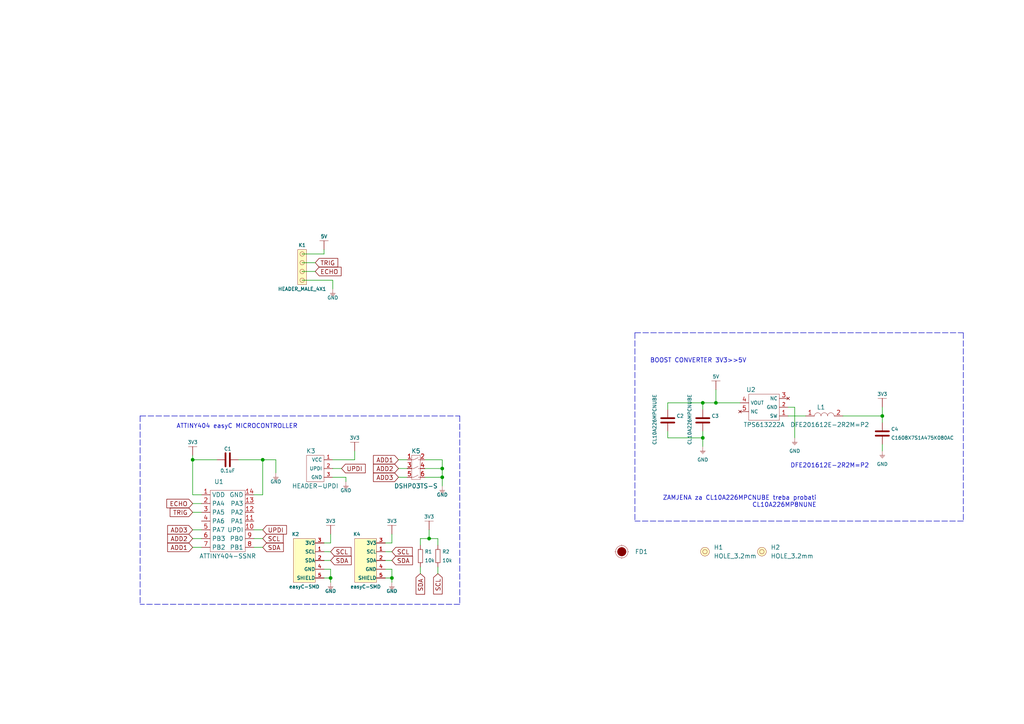
<source format=kicad_sch>
(kicad_sch (version 20210126) (generator eeschema)

  (paper "A4")

  (lib_symbols
    (symbol "e-radionica.com schematics:0603C" (pin_numbers hide) (pin_names (offset 0.002)) (in_bom yes) (on_board yes)
      (property "Reference" "C" (id 0) (at -0.635 3.175 0)
        (effects (font (size 1 1)))
      )
      (property "Value" "0603C" (id 1) (at 0 -3.175 0)
        (effects (font (size 1 1)))
      )
      (property "Footprint" "e-radionica.com footprinti:0603C" (id 2) (at 0 0 0)
        (effects (font (size 1 1)) hide)
      )
      (property "Datasheet" "" (id 3) (at 0 0 0)
        (effects (font (size 1 1)) hide)
      )
      (symbol "0603C_0_1"
        (polyline
          (pts
            (xy -0.635 1.905)
            (xy -0.635 -1.905)
          )
          (stroke (width 0.5)) (fill (type none))
        )
        (polyline
          (pts
            (xy 0.635 1.905)
            (xy 0.635 -1.905)
          )
          (stroke (width 0.5)) (fill (type none))
        )
      )
      (symbol "0603C_1_1"
        (pin passive line (at 3.175 0 180) (length 2.54)
          (name "~" (effects (font (size 1.27 1.27))))
          (number "2" (effects (font (size 1.27 1.27))))
        )
        (pin passive line (at -3.175 0 0) (length 2.54)
          (name "~" (effects (font (size 1.27 1.27))))
          (number "1" (effects (font (size 1.27 1.27))))
        )
      )
    )
    (symbol "e-radionica.com schematics:0603R" (pin_numbers hide) (pin_names (offset 0.254)) (in_bom yes) (on_board yes)
      (property "Reference" "R" (id 0) (at -1.905 1.905 0)
        (effects (font (size 1 1)))
      )
      (property "Value" "0603R" (id 1) (at 0 -1.905 0)
        (effects (font (size 1 1)))
      )
      (property "Footprint" "e-radionica.com footprinti:0603R" (id 2) (at -0.635 1.905 0)
        (effects (font (size 1 1)) hide)
      )
      (property "Datasheet" "" (id 3) (at -0.635 1.905 0)
        (effects (font (size 1 1)) hide)
      )
      (symbol "0603R_0_1"
        (rectangle (start -1.905 0.635) (end -1.8796 -0.635)
          (stroke (width 0.1)) (fill (type none))
        )
        (rectangle (start -1.905 0.635) (end 1.905 0.6096)
          (stroke (width 0.1)) (fill (type none))
        )
        (rectangle (start -1.905 -0.635) (end 1.905 -0.6604)
          (stroke (width 0.1)) (fill (type none))
        )
        (rectangle (start 1.905 0.635) (end 1.9304 -0.635)
          (stroke (width 0.1)) (fill (type none))
        )
      )
      (symbol "0603R_1_1"
        (pin passive line (at -3.175 0 0) (length 1.27)
          (name "~" (effects (font (size 1.27 1.27))))
          (number "1" (effects (font (size 1.27 1.27))))
        )
        (pin passive line (at 3.175 0 180) (length 1.27)
          (name "~" (effects (font (size 1.27 1.27))))
          (number "2" (effects (font (size 1.27 1.27))))
        )
      )
    )
    (symbol "e-radionica.com schematics:0806L" (in_bom yes) (on_board yes)
      (property "Reference" "L" (id 0) (at 0 1.905 0)
        (effects (font (size 1.27 1.27)))
      )
      (property "Value" "0806L" (id 1) (at 0 -1.27 0)
        (effects (font (size 1.27 1.27)))
      )
      (property "Footprint" "e-radionica.com footprinti:0806L" (id 2) (at 0 -2.54 0)
        (effects (font (size 1.27 1.27)) hide)
      )
      (property "Datasheet" "" (id 3) (at 0 -1.27 0)
        (effects (font (size 1.27 1.27)) hide)
      )
      (symbol "0806L_0_1"
        (arc (start -3.175 0) (end -1.27 0) (radius (at -2.2225 -0.0138) (length 0.9526) (angles 179.2 0.8))
          (stroke (width 0.0006)) (fill (type none))
        )
        (arc (start -1.27 0) (end 0.635 0) (radius (at -0.3175 -0.0138) (length 0.9526) (angles 179.2 0.8))
          (stroke (width 0.0006)) (fill (type none))
        )
        (arc (start 0.635 0) (end 2.54 0) (radius (at 1.5875 -0.0138) (length 0.9526) (angles 179.2 0.8))
          (stroke (width 0.0006)) (fill (type none))
        )
      )
      (symbol "0806L_1_1"
        (pin passive line (at -5.715 0 0) (length 2.54)
          (name "" (effects (font (size 1.27 1.27))))
          (number "1" (effects (font (size 1.27 1.27))))
        )
        (pin passive line (at 5.08 0 180) (length 2.54)
          (name "" (effects (font (size 1.27 1.27))))
          (number "2" (effects (font (size 1.27 1.27))))
        )
      )
    )
    (symbol "e-radionica.com schematics:3V3" (power) (pin_names (offset 0)) (in_bom yes) (on_board yes)
      (property "Reference" "#PWR" (id 0) (at 4.445 0 0)
        (effects (font (size 1 1)) hide)
      )
      (property "Value" "3V3" (id 1) (at 0 3.556 0)
        (effects (font (size 1 1)))
      )
      (property "Footprint" "" (id 2) (at 4.445 3.81 0)
        (effects (font (size 1 1)) hide)
      )
      (property "Datasheet" "" (id 3) (at 4.445 3.81 0)
        (effects (font (size 1 1)) hide)
      )
      (property "ki_keywords" "power-flag" (id 4) (at 0 0 0)
        (effects (font (size 1.27 1.27)) hide)
      )
      (property "ki_description" "Power symbol creates a global label with name \"+3V3\"" (id 5) (at 0 0 0)
        (effects (font (size 1.27 1.27)) hide)
      )
      (symbol "3V3_0_1"
        (polyline
          (pts
            (xy 0 0)
            (xy 0 2.54)
          )
          (stroke (width 0)) (fill (type none))
        )
        (polyline
          (pts
            (xy -1.27 2.54)
            (xy 1.27 2.54)
          )
          (stroke (width 0.0006)) (fill (type none))
        )
      )
      (symbol "3V3_1_1"
        (pin power_in line (at 0 0 90) (length 0) hide
          (name "3V3" (effects (font (size 1.27 1.27))))
          (number "1" (effects (font (size 1.27 1.27))))
        )
      )
    )
    (symbol "e-radionica.com schematics:5V" (power) (pin_names (offset 0)) (in_bom yes) (on_board yes)
      (property "Reference" "#PWR" (id 0) (at 4.445 0 0)
        (effects (font (size 1 1)) hide)
      )
      (property "Value" "5V" (id 1) (at 0 3.556 0)
        (effects (font (size 1 1)))
      )
      (property "Footprint" "" (id 2) (at 4.445 3.81 0)
        (effects (font (size 1 1)) hide)
      )
      (property "Datasheet" "" (id 3) (at 4.445 3.81 0)
        (effects (font (size 1 1)) hide)
      )
      (property "ki_keywords" "power-flag" (id 4) (at 0 0 0)
        (effects (font (size 1.27 1.27)) hide)
      )
      (property "ki_description" "Power symbol creates a global label with name \"+3V3\"" (id 5) (at 0 0 0)
        (effects (font (size 1.27 1.27)) hide)
      )
      (symbol "5V_0_1"
        (polyline
          (pts
            (xy 0 0)
            (xy 0 2.54)
          )
          (stroke (width 0)) (fill (type none))
        )
        (polyline
          (pts
            (xy -1.27 2.54)
            (xy 1.27 2.54)
          )
          (stroke (width 0.0006)) (fill (type none))
        )
      )
      (symbol "5V_1_1"
        (pin power_in line (at 0 0 90) (length 0) hide
          (name "5V" (effects (font (size 1.27 1.27))))
          (number "1" (effects (font (size 1.27 1.27))))
        )
      )
    )
    (symbol "e-radionica.com schematics:ATTINY404-SSNR" (in_bom yes) (on_board yes)
      (property "Reference" "U" (id 0) (at -5.08 10.16 0)
        (effects (font (size 1.27 1.27)))
      )
      (property "Value" "ATTINY404-SSNR" (id 1) (at 0 -10.16 0)
        (effects (font (size 1.27 1.27)))
      )
      (property "Footprint" "e-radionica.com footprinti:SOIC-14" (id 2) (at 0 -11.43 0)
        (effects (font (size 1.27 1.27)) hide)
      )
      (property "Datasheet" "" (id 3) (at 0 -2.54 0)
        (effects (font (size 1.27 1.27)) hide)
      )
      (symbol "ATTINY404-SSNR_0_1"
        (rectangle (start -5.08 8.89) (end 5.08 -8.89)
          (stroke (width 0.0006)) (fill (type none))
        )
      )
      (symbol "ATTINY404-SSNR_1_1"
        (pin power_in line (at -7.62 7.62 0) (length 2.54)
          (name "VDD" (effects (font (size 1.27 1.27))))
          (number "1" (effects (font (size 1.27 1.27))))
        )
        (pin bidirectional line (at -7.62 5.08 0) (length 2.54)
          (name "PA4" (effects (font (size 1.27 1.27))))
          (number "2" (effects (font (size 1.27 1.27))))
        )
        (pin bidirectional line (at -7.62 2.54 0) (length 2.54)
          (name "PA5" (effects (font (size 1.27 1.27))))
          (number "3" (effects (font (size 1.27 1.27))))
        )
        (pin bidirectional line (at -7.62 0 0) (length 2.54)
          (name "PA6" (effects (font (size 1.27 1.27))))
          (number "4" (effects (font (size 1.27 1.27))))
        )
        (pin bidirectional line (at -7.62 -2.54 0) (length 2.54)
          (name "PA7" (effects (font (size 1.27 1.27))))
          (number "5" (effects (font (size 1.27 1.27))))
        )
        (pin bidirectional line (at -7.62 -5.08 0) (length 2.54)
          (name "PB3" (effects (font (size 1.27 1.27))))
          (number "6" (effects (font (size 1.27 1.27))))
        )
        (pin bidirectional line (at -7.62 -7.62 0) (length 2.54)
          (name "PB2" (effects (font (size 1.27 1.27))))
          (number "7" (effects (font (size 1.27 1.27))))
        )
        (pin bidirectional line (at 7.62 -7.62 180) (length 2.54)
          (name "PB1" (effects (font (size 1.27 1.27))))
          (number "8" (effects (font (size 1.27 1.27))))
        )
        (pin bidirectional line (at 7.62 -5.08 180) (length 2.54)
          (name "PB0" (effects (font (size 1.27 1.27))))
          (number "9" (effects (font (size 1.27 1.27))))
        )
        (pin bidirectional line (at 7.62 -2.54 180) (length 2.54)
          (name "UPDI" (effects (font (size 1.27 1.27))))
          (number "10" (effects (font (size 1.27 1.27))))
        )
        (pin bidirectional line (at 7.62 0 180) (length 2.54)
          (name "PA1" (effects (font (size 1.27 1.27))))
          (number "11" (effects (font (size 1.27 1.27))))
        )
        (pin bidirectional line (at 7.62 2.54 180) (length 2.54)
          (name "PA2" (effects (font (size 1.27 1.27))))
          (number "12" (effects (font (size 1.27 1.27))))
        )
        (pin bidirectional line (at 7.62 5.08 180) (length 2.54)
          (name "PA3" (effects (font (size 1.27 1.27))))
          (number "13" (effects (font (size 1.27 1.27))))
        )
        (pin power_in line (at 7.62 7.62 180) (length 2.54)
          (name "GND" (effects (font (size 1.27 1.27))))
          (number "14" (effects (font (size 1.27 1.27))))
        )
      )
    )
    (symbol "e-radionica.com schematics:DSHP03TS-S" (in_bom yes) (on_board yes)
      (property "Reference" "K" (id 0) (at 0 5.08 0)
        (effects (font (size 1.27 1.27)))
      )
      (property "Value" "DSHP03TS-S" (id 1) (at 0 -5.08 0)
        (effects (font (size 1.27 1.27)))
      )
      (property "Footprint" "e-radionica.com footprinti:DSHP03TS-S" (id 2) (at -1.27 -7.62 0)
        (effects (font (size 1.27 1.27)) hide)
      )
      (property "Datasheet" "" (id 3) (at 0 0 0)
        (effects (font (size 1.27 1.27)) hide)
      )
      (property "ki_keywords" "DIP SW SWITCH " (id 4) (at 0 0 0)
        (effects (font (size 1.27 1.27)) hide)
      )
      (symbol "DSHP03TS-S_0_1"
        (rectangle (start -1.27 3.81) (end 1.27 -3.175)
          (stroke (width 0.0006)) (fill (type none))
        )
        (polyline
          (pts
            (xy -1.27 2.54)
            (xy -0.635 2.54)
            (xy 0.635 3.175)
          )
          (stroke (width 0.0006)) (fill (type none))
        )
        (polyline
          (pts
            (xy -1.27 0)
            (xy -0.635 0)
            (xy 0.635 0.635)
          )
          (stroke (width 0.0006)) (fill (type none))
        )
        (polyline
          (pts
            (xy -1.27 -2.54)
            (xy -0.635 -2.54)
            (xy 0.635 -1.905)
          )
          (stroke (width 0.0006)) (fill (type none))
        )
        (polyline
          (pts
            (xy 1.27 -2.54)
            (xy 0.635 -2.54)
          )
          (stroke (width 0.0006)) (fill (type none))
        )
        (polyline
          (pts
            (xy 1.27 0)
            (xy 0.635 0)
          )
          (stroke (width 0.0006)) (fill (type none))
        )
        (polyline
          (pts
            (xy 1.27 2.54)
            (xy 0.635 2.54)
          )
          (stroke (width 0.0006)) (fill (type none))
        )
      )
      (symbol "DSHP03TS-S_1_1"
        (pin bidirectional line (at -2.54 2.54 0) (length 1.27)
          (name "~" (effects (font (size 1.27 1.27))))
          (number "1" (effects (font (size 1.27 1.27))))
        )
        (pin bidirectional line (at 2.54 2.54 180) (length 1.27)
          (name "~" (effects (font (size 1.27 1.27))))
          (number "2" (effects (font (size 1.27 1.27))))
        )
        (pin bidirectional line (at -2.54 0 0) (length 1.27)
          (name "~" (effects (font (size 1.27 1.27))))
          (number "3" (effects (font (size 1.27 1.27))))
        )
        (pin bidirectional line (at 2.54 0 180) (length 1.27)
          (name "~" (effects (font (size 1.27 1.27))))
          (number "4" (effects (font (size 1.27 1.27))))
        )
        (pin bidirectional line (at -2.54 -2.54 0) (length 1.27)
          (name "~" (effects (font (size 1.27 1.27))))
          (number "5" (effects (font (size 1.27 1.27))))
        )
        (pin bidirectional line (at 2.54 -2.54 180) (length 1.27)
          (name "~" (effects (font (size 1.27 1.27))))
          (number "6" (effects (font (size 1.27 1.27))))
        )
      )
    )
    (symbol "e-radionica.com schematics:Fiducial_Stencil" (pin_numbers hide) (pin_names hide) (in_bom yes) (on_board yes)
      (property "Reference" "FD?" (id 0) (at 0 3.048 0)
        (effects (font (size 1.27 1.27)))
      )
      (property "Value" "Fiducial_Stencil" (id 1) (at 0 -2.794 0)
        (effects (font (size 1.27 1.27)) hide)
      )
      (property "Footprint" "e-radionica.com footprinti:FIDUCIAL_1MM_PASTE" (id 2) (at 0 -6.35 0)
        (effects (font (size 1.27 1.27)) hide)
      )
      (property "Datasheet" "" (id 3) (at 0 0 0)
        (effects (font (size 1.27 1.27)) hide)
      )
      (symbol "Fiducial_Stencil_0_1"
        (circle (center 0 0) (radius 1.7961) (stroke (width 0.0006)) (fill (type none)))
        (circle (center 0 0) (radius 1.27) (stroke (width 0.001)) (fill (type outline)))
        (polyline
          (pts
            (xy 1.778 0)
            (xy 2.032 0)
          )
          (stroke (width 0.0006)) (fill (type none))
        )
        (polyline
          (pts
            (xy 0 1.778)
            (xy 0 2.032)
          )
          (stroke (width 0.0006)) (fill (type none))
        )
        (polyline
          (pts
            (xy -1.778 0)
            (xy -2.032 0)
          )
          (stroke (width 0.0006)) (fill (type none))
        )
        (polyline
          (pts
            (xy 0 -1.778)
            (xy 0 -2.032)
          )
          (stroke (width 0.0006)) (fill (type none))
        )
      )
    )
    (symbol "e-radionica.com schematics:GND" (power) (pin_names (offset 0)) (in_bom yes) (on_board yes)
      (property "Reference" "#PWR" (id 0) (at 4.445 0 0)
        (effects (font (size 1 1)) hide)
      )
      (property "Value" "GND" (id 1) (at 0 -2.921 0)
        (effects (font (size 1 1)))
      )
      (property "Footprint" "" (id 2) (at 4.445 3.81 0)
        (effects (font (size 1 1)) hide)
      )
      (property "Datasheet" "" (id 3) (at 4.445 3.81 0)
        (effects (font (size 1 1)) hide)
      )
      (property "ki_keywords" "power-flag" (id 4) (at 0 0 0)
        (effects (font (size 1.27 1.27)) hide)
      )
      (property "ki_description" "Power symbol creates a global label with name \"+3V3\"" (id 5) (at 0 0 0)
        (effects (font (size 1.27 1.27)) hide)
      )
      (symbol "GND_0_1"
        (polyline
          (pts
            (xy 0 0)
            (xy 0 -1.27)
          )
          (stroke (width 0.0006)) (fill (type none))
        )
        (polyline
          (pts
            (xy -0.762 -1.27)
            (xy 0.762 -1.27)
          )
          (stroke (width 0.0006)) (fill (type none))
        )
        (polyline
          (pts
            (xy -0.381 -1.778)
            (xy 0.381 -1.778)
          )
          (stroke (width 0.0006)) (fill (type none))
        )
        (polyline
          (pts
            (xy -0.127 -2.032)
            (xy 0.127 -2.032)
          )
          (stroke (width 0.0006)) (fill (type none))
        )
        (polyline
          (pts
            (xy -0.635 -1.524)
            (xy 0.635 -1.524)
          )
          (stroke (width 0.0006)) (fill (type none))
        )
      )
      (symbol "GND_1_1"
        (pin power_in line (at 0 0 270) (length 0) hide
          (name "GND" (effects (font (size 1.27 1.27))))
          (number "1" (effects (font (size 1.27 1.27))))
        )
      )
    )
    (symbol "e-radionica.com schematics:HEADER-UPDI" (in_bom yes) (on_board yes)
      (property "Reference" "K" (id 0) (at -1.27 5.08 0)
        (effects (font (size 1.27 1.27)))
      )
      (property "Value" "HEADER-UPDI" (id 1) (at 0 -5.08 0)
        (effects (font (size 1.27 1.27)))
      )
      (property "Footprint" "e-radionica.com footprinti:HEADER-UPDI" (id 2) (at 2.54 -7.62 0)
        (effects (font (size 1.27 1.27)) hide)
      )
      (property "Datasheet" "" (id 3) (at 2.54 0 0)
        (effects (font (size 1.27 1.27)) hide)
      )
      (symbol "HEADER-UPDI_0_1"
        (rectangle (start -2.54 3.81) (end 2.54 -3.81)
          (stroke (width 0.0006)) (fill (type none))
        )
      )
      (symbol "HEADER-UPDI_1_1"
        (pin power_in line (at 5.08 2.54 180) (length 2.54)
          (name "VCC" (effects (font (size 1 1))))
          (number "1" (effects (font (size 1 1))))
        )
        (pin bidirectional line (at 5.08 0 180) (length 2.54)
          (name "UPDI" (effects (font (size 1 1))))
          (number "2" (effects (font (size 1 1))))
        )
        (pin power_in line (at 5.08 -2.54 180) (length 2.54)
          (name "GND" (effects (font (size 1 1))))
          (number "3" (effects (font (size 1 1))))
        )
      )
    )
    (symbol "e-radionica.com schematics:HEADER_MALE_4X1" (pin_numbers hide) (pin_names hide) (in_bom yes) (on_board yes)
      (property "Reference" "K" (id 0) (at -0.635 7.62 0)
        (effects (font (size 1 1)))
      )
      (property "Value" "HEADER_MALE_4X1" (id 1) (at 0 -5.08 0)
        (effects (font (size 1 1)))
      )
      (property "Footprint" "e-radionica.com footprinti:HEADER_MALE_4X1" (id 2) (at 0 -2.54 0)
        (effects (font (size 1 1)) hide)
      )
      (property "Datasheet" "" (id 3) (at 0 -2.54 0)
        (effects (font (size 1 1)) hide)
      )
      (symbol "HEADER_MALE_4X1_0_1"
        (circle (center 0 -2.54) (radius 0.635) (stroke (width 0.0006)) (fill (type none)))
        (circle (center 0 0) (radius 0.635) (stroke (width 0.0006)) (fill (type none)))
        (circle (center 0 2.54) (radius 0.635) (stroke (width 0.0006)) (fill (type none)))
        (circle (center 0 5.08) (radius 0.635) (stroke (width 0.0006)) (fill (type none)))
        (rectangle (start 1.27 -3.81) (end -1.27 6.35)
          (stroke (width 0.001)) (fill (type background))
        )
      )
      (symbol "HEADER_MALE_4X1_1_1"
        (pin passive line (at 0 -2.54 180) (length 0)
          (name "~" (effects (font (size 1 1))))
          (number "1" (effects (font (size 1 1))))
        )
        (pin passive line (at 0 0 180) (length 0)
          (name "~" (effects (font (size 1 1))))
          (number "2" (effects (font (size 1 1))))
        )
        (pin passive line (at 0 2.54 180) (length 0)
          (name "~" (effects (font (size 1 1))))
          (number "3" (effects (font (size 1 1))))
        )
        (pin passive line (at 0 5.08 180) (length 0)
          (name "~" (effects (font (size 1 1))))
          (number "4" (effects (font (size 1 1))))
        )
      )
    )
    (symbol "e-radionica.com schematics:HOLE_3.2mm" (pin_numbers hide) (pin_names hide) (in_bom yes) (on_board yes)
      (property "Reference" "H" (id 0) (at 0 2.54 0)
        (effects (font (size 1.27 1.27)))
      )
      (property "Value" "HOLE_3.2mm" (id 1) (at 0 -2.54 0)
        (effects (font (size 1.27 1.27)))
      )
      (property "Footprint" "e-radionica.com footprinti:HOLE_3.2mm" (id 2) (at 0 0 0)
        (effects (font (size 1.27 1.27)) hide)
      )
      (property "Datasheet" "" (id 3) (at 0 0 0)
        (effects (font (size 1.27 1.27)) hide)
      )
      (symbol "HOLE_3.2mm_0_1"
        (circle (center 0 0) (radius 1.27) (stroke (width 0.001)) (fill (type background)))
        (circle (center 0 0) (radius 0.635) (stroke (width 0.0006)) (fill (type none)))
      )
    )
    (symbol "e-radionica.com schematics:TPS613222A" (in_bom yes) (on_board yes)
      (property "Reference" "U" (id 0) (at 0 5.08 0)
        (effects (font (size 1.27 1.27)))
      )
      (property "Value" "TPS613222A" (id 1) (at 0 -5.08 0)
        (effects (font (size 1.27 1.27)))
      )
      (property "Footprint" "e-radionica.com footprinti:tps613222a" (id 2) (at -0.635 0 0)
        (effects (font (size 1.27 1.27)) hide)
      )
      (property "Datasheet" "" (id 3) (at -0.635 0 0)
        (effects (font (size 1.27 1.27)) hide)
      )
      (symbol "TPS613222A_0_1"
        (rectangle (start -4.445 3.81) (end 4.445 -3.81)
          (stroke (width 0.0006)) (fill (type none))
        )
      )
      (symbol "TPS613222A_1_1"
        (pin passive line (at -6.985 1.27 0) (length 2.54)
          (name "VOUT" (effects (font (size 1 1))))
          (number "4" (effects (font (size 1.27 1.27))))
        )
        (pin no_connect line (at -6.985 -1.27 0) (length 2.54)
          (name "NC" (effects (font (size 1 1))))
          (number "5" (effects (font (size 1.27 1.27))))
        )
        (pin passive line (at 6.985 0 180) (length 2.54)
          (name "GND" (effects (font (size 1 1))))
          (number "2" (effects (font (size 1 1))))
        )
        (pin no_connect line (at 6.985 2.54 180) (length 2.54)
          (name "NC" (effects (font (size 1 1))))
          (number "3" (effects (font (size 1.27 1.27))))
        )
        (pin passive line (at 6.985 -2.54 180) (length 2.54)
          (name "SW" (effects (font (size 1 1))))
          (number "1" (effects (font (size 1.27 1.27))))
        )
      )
    )
    (symbol "e-radionica.com schematics:easyC-SMD" (pin_names (offset 0.002)) (in_bom yes) (on_board yes)
      (property "Reference" "K" (id 0) (at -2.54 10.16 0)
        (effects (font (size 1 1)))
      )
      (property "Value" "easyC-SMD" (id 1) (at 0 -5.08 0)
        (effects (font (size 1 1)))
      )
      (property "Footprint" "e-radionica.com footprinti:easyC-connector" (id 2) (at 3.175 2.54 0)
        (effects (font (size 1 1)) hide)
      )
      (property "Datasheet" "" (id 3) (at 3.175 2.54 0)
        (effects (font (size 1 1)) hide)
      )
      (symbol "easyC-SMD_0_1"
        (rectangle (start -3.175 8.89) (end 3.175 -3.81)
          (stroke (width 0.001)) (fill (type background))
        )
      )
      (symbol "easyC-SMD_1_1"
        (pin passive line (at 5.715 5.08 180) (length 2.54)
          (name "SCL" (effects (font (size 1 1))))
          (number "1" (effects (font (size 1 1))))
        )
        (pin passive line (at 5.715 2.54 180) (length 2.54)
          (name "SDA" (effects (font (size 1 1))))
          (number "2" (effects (font (size 1 1))))
        )
        (pin passive line (at 5.715 7.62 180) (length 2.54)
          (name "3V3" (effects (font (size 1 1))))
          (number "3" (effects (font (size 1 1))))
        )
        (pin passive line (at 5.715 0 180) (length 2.54)
          (name "GND" (effects (font (size 1 1))))
          (number "4" (effects (font (size 1 1))))
        )
        (pin passive line (at 5.715 -2.54 180) (length 2.54)
          (name "SHIELD" (effects (font (size 1 1))))
          (number "5" (effects (font (size 1 1))))
        )
      )
    )
  )

  (junction (at 55.88 133.35) (diameter 0.9144) (color 0 0 0 0))
  (junction (at 76.2 133.35) (diameter 0.9144) (color 0 0 0 0))
  (junction (at 95.885 167.64) (diameter 0.9144) (color 0 0 0 0))
  (junction (at 113.665 167.64) (diameter 0.9144) (color 0 0 0 0))
  (junction (at 124.46 156.21) (diameter 0.9144) (color 0 0 0 0))
  (junction (at 128.27 135.89) (diameter 0.9144) (color 0 0 0 0))
  (junction (at 128.27 138.43) (diameter 0.9144) (color 0 0 0 0))
  (junction (at 203.835 116.84) (diameter 0.9144) (color 0 0 0 0))
  (junction (at 203.835 127) (diameter 0.9144) (color 0 0 0 0))
  (junction (at 207.645 116.84) (diameter 0.9144) (color 0 0 0 0))
  (junction (at 255.905 120.65) (diameter 0.9144) (color 0 0 0 0))

  (wire (pts (xy 55.88 133.35) (xy 55.88 132.08))
    (stroke (width 0) (type solid) (color 0 0 0 0))
    (uuid f360bd80-6f5f-42a0-9267-36c6cd532c50)
  )
  (wire (pts (xy 55.88 143.51) (xy 55.88 133.35))
    (stroke (width 0) (type solid) (color 0 0 0 0))
    (uuid f3f57bc3-e99c-4051-bb80-11688509a579)
  )
  (wire (pts (xy 55.88 146.05) (xy 58.42 146.05))
    (stroke (width 0) (type solid) (color 0 0 0 0))
    (uuid f0361f75-be02-4bfa-9aca-356b3816f2eb)
  )
  (wire (pts (xy 55.88 148.59) (xy 58.42 148.59))
    (stroke (width 0) (type solid) (color 0 0 0 0))
    (uuid d6bd6235-03d3-4467-94a9-f1f7e0787f75)
  )
  (wire (pts (xy 55.88 153.67) (xy 58.42 153.67))
    (stroke (width 0) (type solid) (color 0 0 0 0))
    (uuid 5a5948b6-055d-4b2c-8d33-99b4fe97fdda)
  )
  (wire (pts (xy 55.88 156.21) (xy 58.42 156.21))
    (stroke (width 0) (type solid) (color 0 0 0 0))
    (uuid 4570bf50-f5e2-4f55-8fbb-bcbc579eebb4)
  )
  (wire (pts (xy 55.88 158.75) (xy 58.42 158.75))
    (stroke (width 0) (type solid) (color 0 0 0 0))
    (uuid 31c1a20a-4a0b-4484-80b3-5b852f64c8e6)
  )
  (wire (pts (xy 58.42 143.51) (xy 55.88 143.51))
    (stroke (width 0) (type solid) (color 0 0 0 0))
    (uuid 6a3fab04-2168-4b2a-94e1-8da9e926b4c5)
  )
  (wire (pts (xy 62.865 133.35) (xy 55.88 133.35))
    (stroke (width 0) (type solid) (color 0 0 0 0))
    (uuid 8bacf919-2ae4-49dd-9077-a6d165ebf11a)
  )
  (wire (pts (xy 69.215 133.35) (xy 76.2 133.35))
    (stroke (width 0) (type solid) (color 0 0 0 0))
    (uuid 733c1bcd-a22b-4ff9-a5fe-7bb4ae657746)
  )
  (wire (pts (xy 73.66 153.67) (xy 76.2 153.67))
    (stroke (width 0) (type solid) (color 0 0 0 0))
    (uuid eb65ab12-6630-4ed9-9cb3-e5e87d051da0)
  )
  (wire (pts (xy 73.66 156.21) (xy 76.2 156.21))
    (stroke (width 0) (type solid) (color 0 0 0 0))
    (uuid 314decb3-0fb4-4f3d-8386-f9db04e4e5df)
  )
  (wire (pts (xy 73.66 158.75) (xy 76.2 158.75))
    (stroke (width 0) (type solid) (color 0 0 0 0))
    (uuid 8d502ffb-f72b-4f77-b2e8-77cf653306e8)
  )
  (wire (pts (xy 76.2 133.35) (xy 76.2 143.51))
    (stroke (width 0) (type solid) (color 0 0 0 0))
    (uuid e23b8707-0155-48db-a418-f0932beafebe)
  )
  (wire (pts (xy 76.2 133.35) (xy 80.01 133.35))
    (stroke (width 0) (type solid) (color 0 0 0 0))
    (uuid b51b0738-2b65-4183-9f4b-cc845541023b)
  )
  (wire (pts (xy 76.2 143.51) (xy 73.66 143.51))
    (stroke (width 0) (type solid) (color 0 0 0 0))
    (uuid 11a19170-5dd1-4826-94eb-554ccb420ba5)
  )
  (wire (pts (xy 80.01 133.35) (xy 80.01 137.16))
    (stroke (width 0) (type solid) (color 0 0 0 0))
    (uuid 4f9d1288-aa87-43cc-868e-3ff34cfc024c)
  )
  (wire (pts (xy 87.63 73.66) (xy 93.98 73.66))
    (stroke (width 0) (type solid) (color 0 0 0 0))
    (uuid 9b06c96f-da62-4127-9deb-7329a66a8cad)
  )
  (wire (pts (xy 87.63 76.2) (xy 91.44 76.2))
    (stroke (width 0) (type solid) (color 0 0 0 0))
    (uuid 8bf05110-7624-4130-8f89-6ae8c3b6456f)
  )
  (wire (pts (xy 87.63 78.74) (xy 91.44 78.74))
    (stroke (width 0) (type solid) (color 0 0 0 0))
    (uuid a818c44e-2393-44c4-8b44-87dcd85f357f)
  )
  (wire (pts (xy 87.63 81.28) (xy 96.52 81.28))
    (stroke (width 0) (type solid) (color 0 0 0 0))
    (uuid a6d595b6-ba3c-45dd-92ce-b78cb8cd20b6)
  )
  (wire (pts (xy 93.98 73.66) (xy 93.98 72.39))
    (stroke (width 0) (type solid) (color 0 0 0 0))
    (uuid 9b06c96f-da62-4127-9deb-7329a66a8cad)
  )
  (wire (pts (xy 93.98 157.48) (xy 95.885 157.48))
    (stroke (width 0) (type solid) (color 0 0 0 0))
    (uuid c5b3fce5-efc2-49a0-b041-85d5291f214a)
  )
  (wire (pts (xy 93.98 160.02) (xy 95.885 160.02))
    (stroke (width 0) (type solid) (color 0 0 0 0))
    (uuid 3fff9927-5777-4420-ab5b-cd3b06d96682)
  )
  (wire (pts (xy 93.98 162.56) (xy 95.885 162.56))
    (stroke (width 0) (type solid) (color 0 0 0 0))
    (uuid f1e2983b-aa06-4b01-9d08-669b417c0f46)
  )
  (wire (pts (xy 93.98 165.1) (xy 95.885 165.1))
    (stroke (width 0) (type solid) (color 0 0 0 0))
    (uuid a19ba357-81a9-4ae7-bb04-a3cfa24319c1)
  )
  (wire (pts (xy 93.98 167.64) (xy 95.885 167.64))
    (stroke (width 0) (type solid) (color 0 0 0 0))
    (uuid a10e3ee4-2acb-499f-9c08-d684f2b9af23)
  )
  (wire (pts (xy 95.885 157.48) (xy 95.885 154.94))
    (stroke (width 0) (type solid) (color 0 0 0 0))
    (uuid 314c6bc6-74d6-4bb0-b993-532f2a466110)
  )
  (wire (pts (xy 95.885 165.1) (xy 95.885 167.64))
    (stroke (width 0) (type solid) (color 0 0 0 0))
    (uuid 9a749440-61e7-40a9-a15c-1dd866706d69)
  )
  (wire (pts (xy 95.885 167.64) (xy 95.885 168.91))
    (stroke (width 0) (type solid) (color 0 0 0 0))
    (uuid d0e78210-9fe9-4be2-86d6-50ccbbe8e264)
  )
  (wire (pts (xy 96.52 81.28) (xy 96.52 83.82))
    (stroke (width 0) (type solid) (color 0 0 0 0))
    (uuid a6d595b6-ba3c-45dd-92ce-b78cb8cd20b6)
  )
  (wire (pts (xy 96.52 133.35) (xy 102.87 133.35))
    (stroke (width 0) (type solid) (color 0 0 0 0))
    (uuid 5d4ea3dd-837f-4145-a63f-6ad9d2809aef)
  )
  (wire (pts (xy 96.52 135.89) (xy 99.06 135.89))
    (stroke (width 0) (type solid) (color 0 0 0 0))
    (uuid 0b2942cd-afd9-4186-8c84-5b0c42f1d7a3)
  )
  (wire (pts (xy 96.52 138.43) (xy 100.33 138.43))
    (stroke (width 0) (type solid) (color 0 0 0 0))
    (uuid 7a58b610-9f03-4cdd-b897-6bcd2f993e00)
  )
  (wire (pts (xy 100.33 138.43) (xy 100.33 139.7))
    (stroke (width 0) (type solid) (color 0 0 0 0))
    (uuid edc6fefb-2ab7-4d93-a4ff-6feb9c75e54c)
  )
  (wire (pts (xy 102.87 133.35) (xy 102.87 130.81))
    (stroke (width 0) (type solid) (color 0 0 0 0))
    (uuid 63c2382c-6f69-4379-b50d-76db1b1fd124)
  )
  (wire (pts (xy 111.76 157.48) (xy 113.665 157.48))
    (stroke (width 0) (type solid) (color 0 0 0 0))
    (uuid ecceedfd-d7b0-4af3-bab1-9862eaa8122b)
  )
  (wire (pts (xy 111.76 160.02) (xy 113.665 160.02))
    (stroke (width 0) (type solid) (color 0 0 0 0))
    (uuid 3be12572-b004-4f70-98fe-32d915d9fd5e)
  )
  (wire (pts (xy 111.76 162.56) (xy 113.665 162.56))
    (stroke (width 0) (type solid) (color 0 0 0 0))
    (uuid 86726881-e2dd-43ea-b227-9e857c9d6f78)
  )
  (wire (pts (xy 111.76 165.1) (xy 113.665 165.1))
    (stroke (width 0) (type solid) (color 0 0 0 0))
    (uuid 45bfe89d-e2da-44d3-aee4-e69c59ed4d70)
  )
  (wire (pts (xy 111.76 167.64) (xy 113.665 167.64))
    (stroke (width 0) (type solid) (color 0 0 0 0))
    (uuid d71af278-3abc-4685-95ed-6550509be2ac)
  )
  (wire (pts (xy 113.665 157.48) (xy 113.665 154.94))
    (stroke (width 0) (type solid) (color 0 0 0 0))
    (uuid bcc9d80b-87c5-4a42-a295-945491a2293c)
  )
  (wire (pts (xy 113.665 165.1) (xy 113.665 167.64))
    (stroke (width 0) (type solid) (color 0 0 0 0))
    (uuid 6c339054-c0bf-46f2-abbb-0e91d011c8d8)
  )
  (wire (pts (xy 113.665 167.64) (xy 113.665 168.91))
    (stroke (width 0) (type solid) (color 0 0 0 0))
    (uuid 7e5982b4-4e53-4b6d-a2a9-f63ea3914052)
  )
  (wire (pts (xy 115.57 133.35) (xy 118.11 133.35))
    (stroke (width 0) (type solid) (color 0 0 0 0))
    (uuid b96fb1b6-e0de-408f-9e43-c4f5632ecfad)
  )
  (wire (pts (xy 115.57 135.89) (xy 118.11 135.89))
    (stroke (width 0) (type solid) (color 0 0 0 0))
    (uuid 297970c5-690b-4d33-b4dd-30cab78e8740)
  )
  (wire (pts (xy 115.57 138.43) (xy 118.11 138.43))
    (stroke (width 0) (type solid) (color 0 0 0 0))
    (uuid 537a98d2-b662-4935-b32f-6fad5269bd79)
  )
  (wire (pts (xy 121.92 156.21) (xy 124.46 156.21))
    (stroke (width 0) (type solid) (color 0 0 0 0))
    (uuid 7639a1ae-c2ae-4b03-8d25-3adb9b9a1fc5)
  )
  (wire (pts (xy 121.92 158.115) (xy 121.92 156.21))
    (stroke (width 0) (type solid) (color 0 0 0 0))
    (uuid e2c53539-af1d-4aad-9db7-ae9cdd6ebdd9)
  )
  (wire (pts (xy 121.92 164.465) (xy 121.92 166.37))
    (stroke (width 0) (type solid) (color 0 0 0 0))
    (uuid 842fa2e4-eb02-4e4a-88c5-f02839ab5c96)
  )
  (wire (pts (xy 123.19 133.35) (xy 128.27 133.35))
    (stroke (width 0) (type solid) (color 0 0 0 0))
    (uuid 7c1363bf-6286-4164-ba0f-a6901362e3b4)
  )
  (wire (pts (xy 123.19 135.89) (xy 128.27 135.89))
    (stroke (width 0) (type solid) (color 0 0 0 0))
    (uuid ed95a58a-7466-4d38-8e2f-4d506957edf7)
  )
  (wire (pts (xy 123.19 138.43) (xy 128.27 138.43))
    (stroke (width 0) (type solid) (color 0 0 0 0))
    (uuid 8fb728aa-6b0a-4e54-b39e-7440c2f000c8)
  )
  (wire (pts (xy 124.46 156.21) (xy 124.46 153.67))
    (stroke (width 0) (type solid) (color 0 0 0 0))
    (uuid 4510253d-7bdd-4ce3-8760-5dce81564d06)
  )
  (wire (pts (xy 127 156.21) (xy 124.46 156.21))
    (stroke (width 0) (type solid) (color 0 0 0 0))
    (uuid d4359b8d-2652-4a12-abdc-fd3dc723e3cd)
  )
  (wire (pts (xy 127 158.115) (xy 127 156.21))
    (stroke (width 0) (type solid) (color 0 0 0 0))
    (uuid 69c5e244-7a14-46c5-86ea-7a83910dbd10)
  )
  (wire (pts (xy 127 164.465) (xy 127 166.37))
    (stroke (width 0) (type solid) (color 0 0 0 0))
    (uuid 3b594416-8dce-44f8-8a34-89c26c839d18)
  )
  (wire (pts (xy 128.27 133.35) (xy 128.27 135.89))
    (stroke (width 0) (type solid) (color 0 0 0 0))
    (uuid 76b7a8bd-dffa-4bdb-be73-c595d24bd066)
  )
  (wire (pts (xy 128.27 135.89) (xy 128.27 138.43))
    (stroke (width 0) (type solid) (color 0 0 0 0))
    (uuid beacf700-8a5d-4956-92f4-f7da0ea05a12)
  )
  (wire (pts (xy 128.27 138.43) (xy 128.27 140.97))
    (stroke (width 0) (type solid) (color 0 0 0 0))
    (uuid fc06b518-d7d7-4f6b-ba8d-09dcfa073c89)
  )
  (wire (pts (xy 193.675 116.84) (xy 203.835 116.84))
    (stroke (width 0) (type solid) (color 0 0 0 0))
    (uuid 60d75a9c-176a-413b-995a-2ed731809cb9)
  )
  (wire (pts (xy 193.675 118.745) (xy 193.675 116.84))
    (stroke (width 0) (type solid) (color 0 0 0 0))
    (uuid f1806780-87b6-4c05-a2bc-3e12a6f1dc66)
  )
  (wire (pts (xy 193.675 125.095) (xy 193.675 127))
    (stroke (width 0) (type solid) (color 0 0 0 0))
    (uuid 14c825fd-160a-4480-8649-fb85780648b5)
  )
  (wire (pts (xy 193.675 127) (xy 203.835 127))
    (stroke (width 0) (type solid) (color 0 0 0 0))
    (uuid 64ff26b6-ecb6-40d4-ab55-f77f054b5976)
  )
  (wire (pts (xy 203.835 116.84) (xy 207.645 116.84))
    (stroke (width 0) (type solid) (color 0 0 0 0))
    (uuid b65276bb-6de6-442d-becc-174b369800f2)
  )
  (wire (pts (xy 203.835 118.745) (xy 203.835 116.84))
    (stroke (width 0) (type solid) (color 0 0 0 0))
    (uuid 72fd47ce-155e-43b6-9be1-b37ba6787aab)
  )
  (wire (pts (xy 203.835 125.095) (xy 203.835 127))
    (stroke (width 0) (type solid) (color 0 0 0 0))
    (uuid 98e46d29-e221-4b9c-89da-ccb2b0523f40)
  )
  (wire (pts (xy 203.835 127) (xy 203.835 129.54))
    (stroke (width 0) (type solid) (color 0 0 0 0))
    (uuid 144cfe07-f7c3-4dd4-853d-e38f56b83969)
  )
  (wire (pts (xy 207.645 116.84) (xy 207.645 113.03))
    (stroke (width 0) (type solid) (color 0 0 0 0))
    (uuid 3511921c-3248-499f-9701-9d2d8450d8f9)
  )
  (wire (pts (xy 207.645 116.84) (xy 214.63 116.84))
    (stroke (width 0) (type solid) (color 0 0 0 0))
    (uuid d89da4bb-d7b3-47e0-a141-01df6ee68c2d)
  )
  (wire (pts (xy 228.6 118.11) (xy 230.505 118.11))
    (stroke (width 0) (type solid) (color 0 0 0 0))
    (uuid 470690a0-9d3a-45c1-8a95-e9e72b1795ad)
  )
  (wire (pts (xy 228.6 120.65) (xy 233.68 120.65))
    (stroke (width 0) (type solid) (color 0 0 0 0))
    (uuid d73d0200-2ca8-451c-8c55-f792ca01415a)
  )
  (wire (pts (xy 230.505 118.11) (xy 230.505 127))
    (stroke (width 0) (type solid) (color 0 0 0 0))
    (uuid d4c7e9ca-1977-487c-a06b-72af48160454)
  )
  (wire (pts (xy 244.475 120.65) (xy 255.905 120.65))
    (stroke (width 0) (type solid) (color 0 0 0 0))
    (uuid c6b64d8d-c586-4651-86ba-faac7e10cd6c)
  )
  (wire (pts (xy 255.905 118.11) (xy 255.905 120.65))
    (stroke (width 0) (type solid) (color 0 0 0 0))
    (uuid 8722a3a9-6668-473e-8988-baf4efde755f)
  )
  (wire (pts (xy 255.905 120.65) (xy 255.905 122.555))
    (stroke (width 0) (type solid) (color 0 0 0 0))
    (uuid 94c90ff9-7086-4323-9146-8ef3c505bd1c)
  )
  (wire (pts (xy 255.905 128.905) (xy 255.905 130.81))
    (stroke (width 0) (type solid) (color 0 0 0 0))
    (uuid 16c017bf-f1e9-468b-8c22-8eaf7eff51a7)
  )
  (polyline (pts (xy 40.64 120.65) (xy 40.64 175.26))
    (stroke (width 0) (type dash) (color 0 0 0 0))
    (uuid e195d583-cb88-49f7-860f-796c03d8897c)
  )
  (polyline (pts (xy 40.64 120.65) (xy 133.35 120.65))
    (stroke (width 0) (type dash) (color 0 0 0 0))
    (uuid 862ad63a-7c31-44f3-a7da-ac91b041f19f)
  )
  (polyline (pts (xy 133.35 120.65) (xy 133.35 175.26))
    (stroke (width 0) (type dash) (color 0 0 0 0))
    (uuid c976dae7-0513-43e3-a40d-ff9aee9b167e)
  )
  (polyline (pts (xy 133.35 175.26) (xy 40.64 175.26))
    (stroke (width 0) (type dash) (color 0 0 0 0))
    (uuid 135f0415-ffed-432f-bb49-b736cbc0481f)
  )
  (polyline (pts (xy 184.15 96.52) (xy 184.15 151.13))
    (stroke (width 0) (type dash) (color 0 0 0 0))
    (uuid f011dd89-1b2c-4de0-957a-bbfa17f04a38)
  )
  (polyline (pts (xy 184.15 96.52) (xy 279.4 96.52))
    (stroke (width 0) (type dash) (color 0 0 0 0))
    (uuid db712968-74d4-45fa-bf06-04a28cd129b0)
  )
  (polyline (pts (xy 279.4 96.52) (xy 279.4 151.13))
    (stroke (width 0) (type dash) (color 0 0 0 0))
    (uuid 2cb8ebba-da75-4bb4-b268-a29273c08606)
  )
  (polyline (pts (xy 279.4 151.13) (xy 184.15 151.13))
    (stroke (width 0) (type dash) (color 0 0 0 0))
    (uuid be5bd68f-f460-4896-8c54-657d4a0c3337)
  )

  (text "ATTINY404 easyC MICROCONTROLLER" (at 86.36 124.46 180)
    (effects (font (size 1.27 1.27)) (justify right bottom))
    (uuid b404b0c8-207b-4629-b3ad-54cb4c6c0267)
  )
  (text "BOOST CONVERTER 3V3>>5V" (at 216.535 105.41 180)
    (effects (font (size 1.27 1.27)) (justify right bottom))
    (uuid 296db9cf-614b-4064-9d17-a2480ee4579d)
  )
  (text "ZAMJENA za CL10A226MPCNUBE treba probati\nCL10A226MP8NUNE"
    (at 236.855 147.32 0)
    (effects (font (size 1.27 1.27)) (justify right bottom))
    (uuid edf74605-39df-41a7-b61d-b2b28fff9ce3)
  )
  (text "DFE201612E-2R2M=P2" (at 252.095 135.89 180)
    (effects (font (size 1.27 1.27)) (justify right bottom))
    (uuid fc001b06-ce03-458e-b179-3bea01f77492)
  )

  (global_label "ECHO" (shape input) (at 55.88 146.05 180)
    (effects (font (size 1.27 1.27)) (justify right))
    (uuid 12166bff-eb11-419f-be9c-1f32b94ddc21)
    (property "Intersheet References" "${INTERSHEET_REFS}" (id 0) (at 46.8629 146.1294 0)
      (effects (font (size 1.27 1.27)) (justify right) hide)
    )
  )
  (global_label "TRIG" (shape input) (at 55.88 148.59 180)
    (effects (font (size 1.27 1.27)) (justify right))
    (uuid beb6046d-f99b-44e0-b9d3-3cfa80a6311e)
    (property "Intersheet References" "${INTERSHEET_REFS}" (id 0) (at 47.8305 148.6694 0)
      (effects (font (size 1.27 1.27)) (justify right) hide)
    )
  )
  (global_label "ADD3" (shape input) (at 55.88 153.67 180)
    (effects (font (size 1.27 1.27)) (justify right))
    (uuid 2fbc3c74-c25c-4378-a0ff-08d4eb4a948f)
    (property "Intersheet References" "${INTERSHEET_REFS}" (id 0) (at 47.1048 153.5906 0)
      (effects (font (size 1.27 1.27)) (justify right) hide)
    )
  )
  (global_label "ADD2" (shape input) (at 55.88 156.21 180)
    (effects (font (size 1.27 1.27)) (justify right))
    (uuid bb717e6c-d4cd-4aca-b7e8-9bbbc6231c34)
    (property "Intersheet References" "${INTERSHEET_REFS}" (id 0) (at 47.1048 156.1306 0)
      (effects (font (size 1.27 1.27)) (justify right) hide)
    )
  )
  (global_label "ADD1" (shape input) (at 55.88 158.75 180)
    (effects (font (size 1.27 1.27)) (justify right))
    (uuid 9e0ac86d-79a2-4b3b-a66d-15e0a5ba64c5)
    (property "Intersheet References" "${INTERSHEET_REFS}" (id 0) (at 47.1048 158.6706 0)
      (effects (font (size 1.27 1.27)) (justify right) hide)
    )
  )
  (global_label "UPDI" (shape input) (at 76.2 153.67 0)
    (effects (font (size 1.27 1.27)) (justify left))
    (uuid b08cd7ea-be54-413e-8505-85148bfc0cbc)
    (property "Intersheet References" "${INTERSHEET_REFS}" (id 0) (at 84.6123 153.5906 0)
      (effects (font (size 1.27 1.27)) (justify left) hide)
    )
  )
  (global_label "SCL" (shape input) (at 76.2 156.21 0)
    (effects (font (size 1.27 1.27)) (justify left))
    (uuid 8366bcb7-93c2-468b-928b-867e873c31fc)
    (property "Intersheet References" "${INTERSHEET_REFS}" (id 0) (at 83.6447 156.1306 0)
      (effects (font (size 1.27 1.27)) (justify left) hide)
    )
  )
  (global_label "SDA" (shape input) (at 76.2 158.75 0)
    (effects (font (size 1.27 1.27)) (justify left))
    (uuid 07ac87eb-fba1-4af7-a11a-17841b13d6b6)
    (property "Intersheet References" "${INTERSHEET_REFS}" (id 0) (at 83.7052 158.8294 0)
      (effects (font (size 1.27 1.27)) (justify left) hide)
    )
  )
  (global_label "TRIG" (shape input) (at 91.44 76.2 0)
    (effects (font (size 1.27 1.27)) (justify left))
    (uuid 277af4c8-ecc9-4ce7-aad3-bb5fbc4cdbf6)
    (property "Intersheet References" "${INTERSHEET_REFS}" (id 0) (at 99.4895 76.1206 0)
      (effects (font (size 1.27 1.27)) (justify left) hide)
    )
  )
  (global_label "ECHO" (shape input) (at 91.44 78.74 0)
    (effects (font (size 1.27 1.27)) (justify left))
    (uuid bc8a16c4-64bb-424e-9dd8-5e15e9b980d9)
    (property "Intersheet References" "${INTERSHEET_REFS}" (id 0) (at 100.4571 78.6606 0)
      (effects (font (size 1.27 1.27)) (justify left) hide)
    )
  )
  (global_label "SCL" (shape input) (at 95.885 160.02 0)
    (effects (font (size 1.27 1.27)) (justify left))
    (uuid cb9a39dd-79bb-4b22-a989-918ea7c050a9)
    (property "Intersheet References" "${INTERSHEET_REFS}" (id 0) (at 103.3297 159.9406 0)
      (effects (font (size 1.27 1.27)) (justify left) hide)
    )
  )
  (global_label "SDA" (shape input) (at 95.885 162.56 0)
    (effects (font (size 1.27 1.27)) (justify left))
    (uuid a04fd768-81f3-4e26-b249-dba3a5be5599)
    (property "Intersheet References" "${INTERSHEET_REFS}" (id 0) (at 103.3902 162.4806 0)
      (effects (font (size 1.27 1.27)) (justify left) hide)
    )
  )
  (global_label "UPDI" (shape input) (at 99.06 135.89 0)
    (effects (font (size 1.27 1.27)) (justify left))
    (uuid a0b3adbb-03c6-44b8-be90-302179131913)
    (property "Intersheet References" "${INTERSHEET_REFS}" (id 0) (at 107.4723 135.8106 0)
      (effects (font (size 1.27 1.27)) (justify left) hide)
    )
  )
  (global_label "SCL" (shape input) (at 113.665 160.02 0)
    (effects (font (size 1.27 1.27)) (justify left))
    (uuid b08df911-df4e-485a-ab4d-c563a12f72dd)
    (property "Intersheet References" "${INTERSHEET_REFS}" (id 0) (at 121.1097 159.9406 0)
      (effects (font (size 1.27 1.27)) (justify left) hide)
    )
  )
  (global_label "SDA" (shape input) (at 113.665 162.56 0)
    (effects (font (size 1.27 1.27)) (justify left))
    (uuid b348b326-81a1-41d4-b346-7f9bdacf1871)
    (property "Intersheet References" "${INTERSHEET_REFS}" (id 0) (at 121.1702 162.4806 0)
      (effects (font (size 1.27 1.27)) (justify left) hide)
    )
  )
  (global_label "ADD1" (shape input) (at 115.57 133.35 180)
    (effects (font (size 1.27 1.27)) (justify right))
    (uuid 27fe7016-c123-4a46-abb8-2c5236277543)
    (property "Intersheet References" "${INTERSHEET_REFS}" (id 0) (at 106.7948 133.2706 0)
      (effects (font (size 1.27 1.27)) (justify right) hide)
    )
  )
  (global_label "ADD2" (shape input) (at 115.57 135.89 180)
    (effects (font (size 1.27 1.27)) (justify right))
    (uuid f7a4ac0d-10e4-4881-adad-e6c6ebd2e1f0)
    (property "Intersheet References" "${INTERSHEET_REFS}" (id 0) (at 106.7948 135.8106 0)
      (effects (font (size 1.27 1.27)) (justify right) hide)
    )
  )
  (global_label "ADD3" (shape input) (at 115.57 138.43 180)
    (effects (font (size 1.27 1.27)) (justify right))
    (uuid 7e1e7a79-8839-4ea5-aebc-91bd4f1773f8)
    (property "Intersheet References" "${INTERSHEET_REFS}" (id 0) (at 106.7948 138.3506 0)
      (effects (font (size 1.27 1.27)) (justify right) hide)
    )
  )
  (global_label "SDA" (shape input) (at 121.92 166.37 270)
    (effects (font (size 1.27 1.27)) (justify right))
    (uuid fa9e491d-073b-4398-8dae-2ad9d14c8d59)
    (property "Intersheet References" "${INTERSHEET_REFS}" (id 0) (at 121.8406 173.8752 90)
      (effects (font (size 1.27 1.27)) (justify right) hide)
    )
  )
  (global_label "SCL" (shape input) (at 127 166.37 270)
    (effects (font (size 1.27 1.27)) (justify right))
    (uuid 5f112816-6f07-48ab-ba1d-1a29fa8a33db)
    (property "Intersheet References" "${INTERSHEET_REFS}" (id 0) (at 127.0794 173.8147 90)
      (effects (font (size 1.27 1.27)) (justify right) hide)
    )
  )

  (symbol (lib_id "e-radionica.com schematics:GND") (at 80.01 137.16 0) (unit 1)
    (in_bom yes) (on_board yes)
    (uuid 32bddcd3-a671-428d-9d7d-40d245e27bea)
    (property "Reference" "#PWR0114" (id 0) (at 84.455 137.16 0)
      (effects (font (size 1 1)) hide)
    )
    (property "Value" "GND" (id 1) (at 80.01 139.7 0)
      (effects (font (size 1 1)))
    )
    (property "Footprint" "" (id 2) (at 84.455 133.35 0)
      (effects (font (size 1 1)) hide)
    )
    (property "Datasheet" "" (id 3) (at 84.455 133.35 0)
      (effects (font (size 1 1)) hide)
    )
    (pin "1" (uuid 2a6b0601-cc03-4ad2-b1c8-f6efd66fea6d))
  )

  (symbol (lib_id "e-radionica.com schematics:GND") (at 95.885 168.91 0) (unit 1)
    (in_bom yes) (on_board yes)
    (uuid 4667a385-2abd-4a18-b2b7-a5d05d6eed63)
    (property "Reference" "#PWR0112" (id 0) (at 100.33 168.91 0)
      (effects (font (size 1 1)) hide)
    )
    (property "Value" "GND" (id 1) (at 95.885 171.45 0)
      (effects (font (size 1 1)))
    )
    (property "Footprint" "" (id 2) (at 100.33 165.1 0)
      (effects (font (size 1 1)) hide)
    )
    (property "Datasheet" "" (id 3) (at 100.33 165.1 0)
      (effects (font (size 1 1)) hide)
    )
    (pin "1" (uuid 2a6b0601-cc03-4ad2-b1c8-f6efd66fea6d))
  )

  (symbol (lib_id "e-radionica.com schematics:GND") (at 96.52 83.82 0) (unit 1)
    (in_bom yes) (on_board yes)
    (uuid 90d96301-1ac8-4b36-9648-70da93483bd0)
    (property "Reference" "#PWR0102" (id 0) (at 100.965 83.82 0)
      (effects (font (size 1 1)) hide)
    )
    (property "Value" "GND" (id 1) (at 96.52 86.36 0)
      (effects (font (size 1 1)))
    )
    (property "Footprint" "" (id 2) (at 100.965 80.01 0)
      (effects (font (size 1 1)) hide)
    )
    (property "Datasheet" "" (id 3) (at 100.965 80.01 0)
      (effects (font (size 1 1)) hide)
    )
    (pin "1" (uuid 2a6b0601-cc03-4ad2-b1c8-f6efd66fea6d))
  )

  (symbol (lib_id "e-radionica.com schematics:GND") (at 100.33 139.7 0) (unit 1)
    (in_bom yes) (on_board yes)
    (uuid d8ace6c9-0835-43e5-8733-93f89344f58e)
    (property "Reference" "#PWR0105" (id 0) (at 104.775 139.7 0)
      (effects (font (size 1 1)) hide)
    )
    (property "Value" "GND" (id 1) (at 100.33 142.24 0)
      (effects (font (size 1 1)))
    )
    (property "Footprint" "" (id 2) (at 104.775 135.89 0)
      (effects (font (size 1 1)) hide)
    )
    (property "Datasheet" "" (id 3) (at 104.775 135.89 0)
      (effects (font (size 1 1)) hide)
    )
    (pin "1" (uuid 2a6b0601-cc03-4ad2-b1c8-f6efd66fea6d))
  )

  (symbol (lib_id "e-radionica.com schematics:GND") (at 113.665 168.91 0) (unit 1)
    (in_bom yes) (on_board yes)
    (uuid e4f88fd9-e340-42a6-ab3c-fc74b18348ee)
    (property "Reference" "#PWR0113" (id 0) (at 118.11 168.91 0)
      (effects (font (size 1 1)) hide)
    )
    (property "Value" "GND" (id 1) (at 113.665 171.45 0)
      (effects (font (size 1 1)))
    )
    (property "Footprint" "" (id 2) (at 118.11 165.1 0)
      (effects (font (size 1 1)) hide)
    )
    (property "Datasheet" "" (id 3) (at 118.11 165.1 0)
      (effects (font (size 1 1)) hide)
    )
    (pin "1" (uuid 2a6b0601-cc03-4ad2-b1c8-f6efd66fea6d))
  )

  (symbol (lib_id "e-radionica.com schematics:GND") (at 128.27 140.97 0) (unit 1)
    (in_bom yes) (on_board yes)
    (uuid 4f78aefd-0e42-4099-a194-73d45eac063b)
    (property "Reference" "#PWR0106" (id 0) (at 132.715 140.97 0)
      (effects (font (size 1 1)) hide)
    )
    (property "Value" "GND" (id 1) (at 128.27 143.51 0)
      (effects (font (size 1 1)))
    )
    (property "Footprint" "" (id 2) (at 132.715 137.16 0)
      (effects (font (size 1 1)) hide)
    )
    (property "Datasheet" "" (id 3) (at 132.715 137.16 0)
      (effects (font (size 1 1)) hide)
    )
    (pin "1" (uuid 2a6b0601-cc03-4ad2-b1c8-f6efd66fea6d))
  )

  (symbol (lib_id "e-radionica.com schematics:GND") (at 203.835 129.54 0) (unit 1)
    (in_bom yes) (on_board yes)
    (uuid 47b1e7a2-7afb-4aad-b21d-5e99bec261a0)
    (property "Reference" "#PWR0117" (id 0) (at 208.28 129.54 0)
      (effects (font (size 1 1)) hide)
    )
    (property "Value" "GND" (id 1) (at 203.835 133.35 0)
      (effects (font (size 1 1)))
    )
    (property "Footprint" "" (id 2) (at 208.28 125.73 0)
      (effects (font (size 1 1)) hide)
    )
    (property "Datasheet" "" (id 3) (at 208.28 125.73 0)
      (effects (font (size 1 1)) hide)
    )
    (pin "1" (uuid 2828fbb6-cafe-494d-9c3d-409a009ca316))
  )

  (symbol (lib_id "e-radionica.com schematics:GND") (at 230.505 127 0) (unit 1)
    (in_bom yes) (on_board yes)
    (uuid c88d03d5-457f-4fed-9722-66c7ae291bcb)
    (property "Reference" "#PWR0109" (id 0) (at 234.95 127 0)
      (effects (font (size 1 1)) hide)
    )
    (property "Value" "GND" (id 1) (at 230.505 130.81 0)
      (effects (font (size 1 1)))
    )
    (property "Footprint" "" (id 2) (at 234.95 123.19 0)
      (effects (font (size 1 1)) hide)
    )
    (property "Datasheet" "" (id 3) (at 234.95 123.19 0)
      (effects (font (size 1 1)) hide)
    )
    (pin "1" (uuid 2828fbb6-cafe-494d-9c3d-409a009ca316))
  )

  (symbol (lib_id "e-radionica.com schematics:GND") (at 255.905 130.81 0) (unit 1)
    (in_bom yes) (on_board yes)
    (uuid c9b87b7c-118c-4157-8ec3-32fda957590e)
    (property "Reference" "#PWR0110" (id 0) (at 260.35 130.81 0)
      (effects (font (size 1 1)) hide)
    )
    (property "Value" "GND" (id 1) (at 255.905 134.62 0)
      (effects (font (size 1 1)))
    )
    (property "Footprint" "" (id 2) (at 260.35 127 0)
      (effects (font (size 1 1)) hide)
    )
    (property "Datasheet" "" (id 3) (at 260.35 127 0)
      (effects (font (size 1 1)) hide)
    )
    (pin "1" (uuid 2828fbb6-cafe-494d-9c3d-409a009ca316))
  )

  (symbol (lib_id "e-radionica.com schematics:HOLE_3.2mm") (at 204.47 160.02 0) (unit 1)
    (in_bom yes) (on_board yes)
    (uuid f6038afd-0fec-4236-ba9c-138cf173c53f)
    (property "Reference" "H1" (id 0) (at 207.01 158.75 0)
      (effects (font (size 1.27 1.27)) (justify left))
    )
    (property "Value" "HOLE_3.2mm" (id 1) (at 207.01 161.29 0)
      (effects (font (size 1.27 1.27)) (justify left))
    )
    (property "Footprint" "e-radionica.com footprinti:HOLE_3.2mm" (id 2) (at 204.47 160.02 0)
      (effects (font (size 1.27 1.27)) hide)
    )
    (property "Datasheet" "" (id 3) (at 204.47 160.02 0)
      (effects (font (size 1.27 1.27)) hide)
    )
  )

  (symbol (lib_id "e-radionica.com schematics:HOLE_3.2mm") (at 220.98 160.02 0) (unit 1)
    (in_bom yes) (on_board yes)
    (uuid 4b76ebfb-4a55-4266-9224-9c0b7798ca29)
    (property "Reference" "H2" (id 0) (at 223.52 158.75 0)
      (effects (font (size 1.27 1.27)) (justify left))
    )
    (property "Value" "HOLE_3.2mm" (id 1) (at 223.52 161.29 0)
      (effects (font (size 1.27 1.27)) (justify left))
    )
    (property "Footprint" "e-radionica.com footprinti:HOLE_3.2mm" (id 2) (at 220.98 160.02 0)
      (effects (font (size 1.27 1.27)) hide)
    )
    (property "Datasheet" "" (id 3) (at 220.98 160.02 0)
      (effects (font (size 1.27 1.27)) hide)
    )
  )

  (symbol (lib_id "e-radionica.com schematics:3V3") (at 55.88 132.08 0) (unit 1)
    (in_bom yes) (on_board yes)
    (uuid b166ad92-889c-48ad-82ee-d91383c89e98)
    (property "Reference" "#PWR0115" (id 0) (at 60.325 132.08 0)
      (effects (font (size 1 1)) hide)
    )
    (property "Value" "3V3" (id 1) (at 55.88 128.27 0)
      (effects (font (size 1 1)))
    )
    (property "Footprint" "" (id 2) (at 60.325 128.27 0)
      (effects (font (size 1 1)) hide)
    )
    (property "Datasheet" "" (id 3) (at 60.325 128.27 0)
      (effects (font (size 1 1)) hide)
    )
    (pin "1" (uuid bedf355e-f64d-4d61-a1a3-673658b00eeb))
  )

  (symbol (lib_id "e-radionica.com schematics:5V") (at 93.98 72.39 0) (unit 1)
    (in_bom yes) (on_board yes)
    (uuid fc721484-13b8-4dd0-8c8d-b1c9dbbdda6c)
    (property "Reference" "#PWR0101" (id 0) (at 98.425 72.39 0)
      (effects (font (size 1 1)) hide)
    )
    (property "Value" "5V" (id 1) (at 93.98 68.58 0)
      (effects (font (size 1 1)))
    )
    (property "Footprint" "" (id 2) (at 98.425 68.58 0)
      (effects (font (size 1 1)) hide)
    )
    (property "Datasheet" "" (id 3) (at 98.425 68.58 0)
      (effects (font (size 1 1)) hide)
    )
    (pin "1" (uuid ef36ecfe-c9b7-4d2f-bcd8-d2b8845f9338))
  )

  (symbol (lib_id "e-radionica.com schematics:3V3") (at 95.885 154.94 0) (unit 1)
    (in_bom yes) (on_board yes)
    (uuid 7eff889c-0527-4ab1-b633-20e9887d09b5)
    (property "Reference" "#PWR0104" (id 0) (at 100.33 154.94 0)
      (effects (font (size 1 1)) hide)
    )
    (property "Value" "3V3" (id 1) (at 95.885 151.13 0)
      (effects (font (size 1 1)))
    )
    (property "Footprint" "" (id 2) (at 100.33 151.13 0)
      (effects (font (size 1 1)) hide)
    )
    (property "Datasheet" "" (id 3) (at 100.33 151.13 0)
      (effects (font (size 1 1)) hide)
    )
    (pin "1" (uuid bedf355e-f64d-4d61-a1a3-673658b00eeb))
  )

  (symbol (lib_id "e-radionica.com schematics:3V3") (at 102.87 130.81 0) (unit 1)
    (in_bom yes) (on_board yes)
    (uuid f478f879-7fb4-445b-8a2c-26b0bd04034a)
    (property "Reference" "#PWR0116" (id 0) (at 107.315 130.81 0)
      (effects (font (size 1 1)) hide)
    )
    (property "Value" "3V3" (id 1) (at 102.87 127 0)
      (effects (font (size 1 1)))
    )
    (property "Footprint" "" (id 2) (at 107.315 127 0)
      (effects (font (size 1 1)) hide)
    )
    (property "Datasheet" "" (id 3) (at 107.315 127 0)
      (effects (font (size 1 1)) hide)
    )
    (pin "1" (uuid bedf355e-f64d-4d61-a1a3-673658b00eeb))
  )

  (symbol (lib_id "e-radionica.com schematics:3V3") (at 113.665 154.94 0) (unit 1)
    (in_bom yes) (on_board yes)
    (uuid 2a8a0b98-caa3-42ee-a53a-96fa2812bf09)
    (property "Reference" "#PWR0103" (id 0) (at 118.11 154.94 0)
      (effects (font (size 1 1)) hide)
    )
    (property "Value" "3V3" (id 1) (at 113.665 151.13 0)
      (effects (font (size 1 1)))
    )
    (property "Footprint" "" (id 2) (at 118.11 151.13 0)
      (effects (font (size 1 1)) hide)
    )
    (property "Datasheet" "" (id 3) (at 118.11 151.13 0)
      (effects (font (size 1 1)) hide)
    )
    (pin "1" (uuid bedf355e-f64d-4d61-a1a3-673658b00eeb))
  )

  (symbol (lib_id "e-radionica.com schematics:3V3") (at 124.46 153.67 0) (unit 1)
    (in_bom yes) (on_board yes)
    (uuid b86a65e3-5cdc-4178-981a-fa8cf4bf7fb2)
    (property "Reference" "#PWR0107" (id 0) (at 128.905 153.67 0)
      (effects (font (size 1 1)) hide)
    )
    (property "Value" "3V3" (id 1) (at 124.46 149.86 0)
      (effects (font (size 1 1)))
    )
    (property "Footprint" "" (id 2) (at 128.905 149.86 0)
      (effects (font (size 1 1)) hide)
    )
    (property "Datasheet" "" (id 3) (at 128.905 149.86 0)
      (effects (font (size 1 1)) hide)
    )
    (pin "1" (uuid bedf355e-f64d-4d61-a1a3-673658b00eeb))
  )

  (symbol (lib_id "e-radionica.com schematics:5V") (at 207.645 113.03 0) (unit 1)
    (in_bom yes) (on_board yes)
    (uuid ec1eabf5-b06d-4388-b0de-d4bf1f89ce38)
    (property "Reference" "#PWR0111" (id 0) (at 212.09 113.03 0)
      (effects (font (size 1 1)) hide)
    )
    (property "Value" "5V" (id 1) (at 207.645 109.22 0)
      (effects (font (size 1 1)))
    )
    (property "Footprint" "" (id 2) (at 212.09 109.22 0)
      (effects (font (size 1 1)) hide)
    )
    (property "Datasheet" "" (id 3) (at 212.09 109.22 0)
      (effects (font (size 1 1)) hide)
    )
    (pin "1" (uuid ef36ecfe-c9b7-4d2f-bcd8-d2b8845f9338))
  )

  (symbol (lib_id "e-radionica.com schematics:3V3") (at 255.905 118.11 0) (unit 1)
    (in_bom yes) (on_board yes)
    (uuid cd4e7393-ace2-49c3-abbf-ca6f65a5e666)
    (property "Reference" "#PWR0108" (id 0) (at 260.35 118.11 0)
      (effects (font (size 1 1)) hide)
    )
    (property "Value" "3V3" (id 1) (at 255.905 114.3 0)
      (effects (font (size 1 1)))
    )
    (property "Footprint" "" (id 2) (at 260.35 114.3 0)
      (effects (font (size 1 1)) hide)
    )
    (property "Datasheet" "" (id 3) (at 260.35 114.3 0)
      (effects (font (size 1 1)) hide)
    )
    (pin "1" (uuid 048899bc-892c-4ff2-88ef-1d1cd46e5906))
  )

  (symbol (lib_id "e-radionica.com schematics:0603R") (at 121.92 161.29 90) (unit 1)
    (in_bom yes) (on_board yes)
    (uuid df999735-0c22-4979-ae7d-167292c70f2d)
    (property "Reference" "R1" (id 0) (at 123.19 160.02 90)
      (effects (font (size 1 1)) (justify right))
    )
    (property "Value" "10k" (id 1) (at 123.19 162.56 90)
      (effects (font (size 1 1)) (justify right))
    )
    (property "Footprint" "e-radionica.com footprinti:0603R" (id 2) (at 120.015 161.925 0)
      (effects (font (size 1 1)) hide)
    )
    (property "Datasheet" "" (id 3) (at 120.015 161.925 0)
      (effects (font (size 1 1)) hide)
    )
    (pin "1" (uuid a8c5e7dc-86d0-4490-9304-3baefec916c3))
    (pin "2" (uuid 84ae3df0-d605-45dc-879f-2ff4029f2dd1))
  )

  (symbol (lib_id "e-radionica.com schematics:0603R") (at 127 161.29 90) (unit 1)
    (in_bom yes) (on_board yes)
    (uuid 21e1f0a9-fd71-44cb-9373-313180cfaf83)
    (property "Reference" "R2" (id 0) (at 128.27 160.02 90)
      (effects (font (size 1 1)) (justify right))
    )
    (property "Value" "10k" (id 1) (at 128.27 162.56 90)
      (effects (font (size 1 1)) (justify right))
    )
    (property "Footprint" "e-radionica.com footprinti:0603R" (id 2) (at 125.095 161.925 0)
      (effects (font (size 1 1)) hide)
    )
    (property "Datasheet" "" (id 3) (at 125.095 161.925 0)
      (effects (font (size 1 1)) hide)
    )
    (pin "1" (uuid a8c5e7dc-86d0-4490-9304-3baefec916c3))
    (pin "2" (uuid 84ae3df0-d605-45dc-879f-2ff4029f2dd1))
  )

  (symbol (lib_id "e-radionica.com schematics:Fiducial_Stencil") (at 180.34 160.02 0) (unit 1)
    (in_bom yes) (on_board yes)
    (uuid 3a51da6d-790d-42b9-9425-eb4e81a33e72)
    (property "Reference" "FD1" (id 0) (at 184.15 160.02 0)
      (effects (font (size 1.27 1.27)) (justify left))
    )
    (property "Value" "Fiducial_Stencil" (id 1) (at 180.34 162.814 0)
      (effects (font (size 1.27 1.27)) hide)
    )
    (property "Footprint" "e-radionica.com footprinti:FIDUCIAL_1MM_PASTE" (id 2) (at 180.34 166.37 0)
      (effects (font (size 1.27 1.27)) hide)
    )
    (property "Datasheet" "" (id 3) (at 180.34 160.02 0)
      (effects (font (size 1.27 1.27)) hide)
    )
  )

  (symbol (lib_id "e-radionica.com schematics:0806L") (at 239.395 120.65 0) (unit 1)
    (in_bom yes) (on_board yes)
    (uuid 621cd567-fc82-4c6f-b3d2-6bb5ede2c0e0)
    (property "Reference" "L1" (id 0) (at 238.125 118.11 0))
    (property "Value" "DFE201612E-2R2M=P2" (id 1) (at 240.665 123.19 0))
    (property "Footprint" "e-radionica.com footprinti:0806L" (id 2) (at 239.395 123.19 0)
      (effects (font (size 1.27 1.27)) hide)
    )
    (property "Datasheet" "" (id 3) (at 239.395 121.92 0)
      (effects (font (size 1.27 1.27)) hide)
    )
    (pin "1" (uuid 70939977-0762-4bba-bf3d-5d2e3e80cccc))
    (pin "2" (uuid cdca5648-cac6-46b6-8381-922dce8a449a))
  )

  (symbol (lib_id "e-radionica.com schematics:HEADER_MALE_4X1") (at 87.63 78.74 0) (unit 1)
    (in_bom yes) (on_board yes)
    (uuid 86b341ce-974f-446b-9f5e-61f4fdccaa29)
    (property "Reference" "K1" (id 0) (at 87.63 71.12 0)
      (effects (font (size 1 1)))
    )
    (property "Value" "HEADER_MALE_4X1" (id 1) (at 87.63 83.82 0)
      (effects (font (size 1 1)))
    )
    (property "Footprint" "e-radionica.com footprinti:HEADER_MALE_4X1" (id 2) (at 87.63 81.28 0)
      (effects (font (size 1 1)) hide)
    )
    (property "Datasheet" "" (id 3) (at 87.63 81.28 0)
      (effects (font (size 1 1)) hide)
    )
    (pin "1" (uuid d851a1cb-b4c6-47a6-96a9-fd3aedf7d17a))
    (pin "2" (uuid 00a1ce01-8c3d-4f92-99a6-e255941c6f64))
    (pin "3" (uuid 19bda366-9d07-4663-bc67-88cb4adfbe98))
    (pin "4" (uuid d4626430-077f-43a9-a262-e32b8e72ecf4))
  )

  (symbol (lib_id "e-radionica.com schematics:0603C") (at 66.04 133.35 0) (unit 1)
    (in_bom yes) (on_board yes)
    (uuid 08261c1d-5f1a-4ec1-bf86-185f1fc4e49b)
    (property "Reference" "C1" (id 0) (at 66.04 130.175 0)
      (effects (font (size 1 1)))
    )
    (property "Value" "0.1uF" (id 1) (at 66.04 136.525 0)
      (effects (font (size 1 1)))
    )
    (property "Footprint" "e-radionica.com footprinti:0603C" (id 2) (at 66.04 133.35 0)
      (effects (font (size 1 1)) hide)
    )
    (property "Datasheet" "" (id 3) (at 66.04 133.35 0)
      (effects (font (size 1 1)) hide)
    )
    (pin "2" (uuid 627c54b3-95e3-40ac-b6a6-a91766d9ef4f))
    (pin "1" (uuid 08acf4e0-9151-4daa-843e-9f7d092f029f))
  )

  (symbol (lib_id "e-radionica.com schematics:0603C") (at 193.675 121.92 90) (unit 1)
    (in_bom yes) (on_board yes)
    (uuid 593b842f-9965-4635-a936-188d5a4f7660)
    (property "Reference" "C2" (id 0) (at 196.215 120.65 90)
      (effects (font (size 1 1)) (justify right))
    )
    (property "Value" "CL10A226MPCNUBE" (id 1) (at 189.865 114.3 0)
      (effects (font (size 1 1)) (justify right))
    )
    (property "Footprint" "e-radionica.com footprinti:0603C" (id 2) (at 193.675 121.92 0)
      (effects (font (size 1 1)) hide)
    )
    (property "Datasheet" "" (id 3) (at 193.675 121.92 0)
      (effects (font (size 1 1)) hide)
    )
    (pin "2" (uuid 60cb5049-f7ce-4e7b-8f5e-91fe46cc932c))
    (pin "1" (uuid ea2b56f8-f31a-45f0-a1c6-fa06c3364353))
  )

  (symbol (lib_id "e-radionica.com schematics:0603C") (at 203.835 121.92 90) (unit 1)
    (in_bom yes) (on_board yes)
    (uuid 2452589e-f266-4904-a7cb-7e499d9081b6)
    (property "Reference" "C3" (id 0) (at 206.375 120.65 90)
      (effects (font (size 1 1)) (justify right))
    )
    (property "Value" "CL10A226MPCNUBE" (id 1) (at 200.025 114.3 0)
      (effects (font (size 1 1)) (justify right))
    )
    (property "Footprint" "e-radionica.com footprinti:0603C" (id 2) (at 203.835 121.92 0)
      (effects (font (size 1 1)) hide)
    )
    (property "Datasheet" "" (id 3) (at 203.835 121.92 0)
      (effects (font (size 1 1)) hide)
    )
    (pin "2" (uuid 60cb5049-f7ce-4e7b-8f5e-91fe46cc932c))
    (pin "1" (uuid ea2b56f8-f31a-45f0-a1c6-fa06c3364353))
  )

  (symbol (lib_id "e-radionica.com schematics:0603C") (at 255.905 125.73 90) (unit 1)
    (in_bom yes) (on_board yes)
    (uuid f714b6e2-a09d-4871-9885-3af09469c21d)
    (property "Reference" "C4" (id 0) (at 258.445 124.46 90)
      (effects (font (size 1 1)) (justify right))
    )
    (property "Value" "C1608X7S1A475K080AC" (id 1) (at 258.445 127 90)
      (effects (font (size 1 1)) (justify right))
    )
    (property "Footprint" "e-radionica.com footprinti:0603C" (id 2) (at 255.905 125.73 0)
      (effects (font (size 1 1)) hide)
    )
    (property "Datasheet" "" (id 3) (at 255.905 125.73 0)
      (effects (font (size 1 1)) hide)
    )
    (pin "2" (uuid 22ece24c-3256-4f20-a8a6-19de9c94c03a))
    (pin "1" (uuid 6748d2f2-33a9-491e-b08c-6f79c35bc886))
  )

  (symbol (lib_id "e-radionica.com schematics:DSHP03TS-S") (at 120.65 135.89 0) (unit 1)
    (in_bom yes) (on_board yes)
    (uuid 052a9fef-f156-41d0-b9be-8d7fb1f7900f)
    (property "Reference" "K5" (id 0) (at 120.65 130.81 0))
    (property "Value" "DSHP03TS-S" (id 1) (at 120.65 140.97 0))
    (property "Footprint" "e-radionica.com footprinti:DSHP03TS-S" (id 2) (at 119.38 143.51 0)
      (effects (font (size 1.27 1.27)) hide)
    )
    (property "Datasheet" "" (id 3) (at 120.65 135.89 0)
      (effects (font (size 1.27 1.27)) hide)
    )
    (pin "1" (uuid 818fd1bc-b765-48b3-8d3b-f55b80aa2cb4))
    (pin "2" (uuid 1122a1f7-7cf8-4900-a4fa-dc86793c437d))
    (pin "3" (uuid 513751db-15fc-444f-af77-2150b21bbdbd))
    (pin "4" (uuid da40e9d7-9111-445f-9287-78afbb22545a))
    (pin "5" (uuid 7750450b-1b31-4290-ad19-7bee25b597fd))
    (pin "6" (uuid 781f96f9-5487-40f4-8393-195d4e21e42b))
  )

  (symbol (lib_id "e-radionica.com schematics:HEADER-UPDI") (at 91.44 135.89 0) (unit 1)
    (in_bom yes) (on_board yes)
    (uuid 28d44b30-16d5-46ac-947b-059ec79a614d)
    (property "Reference" "K3" (id 0) (at 90.17 130.81 0))
    (property "Value" "HEADER-UPDI" (id 1) (at 91.44 140.97 0))
    (property "Footprint" "e-radionica.com footprinti:HEADER-UPDI" (id 2) (at 93.98 143.51 0)
      (effects (font (size 1.27 1.27)) hide)
    )
    (property "Datasheet" "" (id 3) (at 93.98 135.89 0)
      (effects (font (size 1.27 1.27)) hide)
    )
    (pin "1" (uuid b7137da2-db9b-4e16-913d-9ce6b6bdfa2a))
    (pin "2" (uuid 31fb6899-7fe8-4ab6-8639-d05194bf0839))
    (pin "3" (uuid b0a2352a-7240-4536-ae05-87c602d03201))
  )

  (symbol (lib_id "e-radionica.com schematics:TPS613222A") (at 221.615 118.11 0) (unit 1)
    (in_bom yes) (on_board yes)
    (uuid bbdd1467-31a1-48b9-a145-de286e3d3288)
    (property "Reference" "U2" (id 0) (at 217.805 113.03 0))
    (property "Value" "TPS613222A" (id 1) (at 221.615 123.19 0))
    (property "Footprint" "e-radionica.com footprinti:tps613222a" (id 2) (at 220.98 118.11 0)
      (effects (font (size 1.27 1.27)) hide)
    )
    (property "Datasheet" "" (id 3) (at 220.98 118.11 0)
      (effects (font (size 1.27 1.27)) hide)
    )
    (pin "4" (uuid 932694f2-c179-48d3-88f2-b2c5fabc1a8c))
    (pin "5" (uuid aadce3d5-e62c-4c9e-8efe-7a7da499e4a8))
    (pin "2" (uuid ffcc2503-52cb-4db7-851d-782495064c6d))
    (pin "3" (uuid fbbf5d27-5444-4a99-921b-a726900d59b3))
    (pin "1" (uuid 21b27c81-f253-4c1f-bdc0-6b153e8a3d16))
  )

  (symbol (lib_id "e-radionica.com schematics:easyC-SMD") (at 88.265 165.1 0) (unit 1)
    (in_bom yes) (on_board yes)
    (uuid d1e176f9-a608-4565-a499-6f9e2704ee12)
    (property "Reference" "K2" (id 0) (at 85.725 154.94 0)
      (effects (font (size 1 1)))
    )
    (property "Value" "easyC-SMD" (id 1) (at 88.265 170.18 0)
      (effects (font (size 1 1)))
    )
    (property "Footprint" "e-radionica.com footprinti:easyC-connector" (id 2) (at 91.44 162.56 0)
      (effects (font (size 1 1)) hide)
    )
    (property "Datasheet" "" (id 3) (at 91.44 162.56 0)
      (effects (font (size 1 1)) hide)
    )
    (pin "1" (uuid 36d2425e-ae6a-4385-bc1e-7cb4531b2517))
    (pin "2" (uuid 428449c5-6f6f-4d6c-af8e-51e456895600))
    (pin "3" (uuid b80ce857-cd1a-4f22-8d5c-ff7e98922856))
    (pin "4" (uuid a8b02474-1a7d-4bf4-96ee-8fc2542ab65b))
    (pin "5" (uuid 7235f8f6-9839-4926-877c-e835fa3853b3))
  )

  (symbol (lib_id "e-radionica.com schematics:easyC-SMD") (at 106.045 165.1 0) (unit 1)
    (in_bom yes) (on_board yes)
    (uuid 68e29858-d98b-42cd-be75-d23f048921e9)
    (property "Reference" "K4" (id 0) (at 103.505 154.94 0)
      (effects (font (size 1 1)))
    )
    (property "Value" "easyC-SMD" (id 1) (at 106.045 170.18 0)
      (effects (font (size 1 1)))
    )
    (property "Footprint" "e-radionica.com footprinti:easyC-connector" (id 2) (at 109.22 162.56 0)
      (effects (font (size 1 1)) hide)
    )
    (property "Datasheet" "" (id 3) (at 109.22 162.56 0)
      (effects (font (size 1 1)) hide)
    )
    (pin "1" (uuid 36d2425e-ae6a-4385-bc1e-7cb4531b2517))
    (pin "2" (uuid 428449c5-6f6f-4d6c-af8e-51e456895600))
    (pin "3" (uuid b80ce857-cd1a-4f22-8d5c-ff7e98922856))
    (pin "4" (uuid a8b02474-1a7d-4bf4-96ee-8fc2542ab65b))
    (pin "5" (uuid 7235f8f6-9839-4926-877c-e835fa3853b3))
  )

  (symbol (lib_id "e-radionica.com schematics:ATTINY404-SSNR") (at 66.04 151.13 0) (unit 1)
    (in_bom yes) (on_board yes)
    (uuid 1225708f-260e-48f9-a709-165de9f0e334)
    (property "Reference" "U1" (id 0) (at 63.5 139.7 0))
    (property "Value" "ATTINY404-SSNR" (id 1) (at 66.04 161.29 0))
    (property "Footprint" "e-radionica.com footprinti:SOIC-14" (id 2) (at 66.04 162.56 0)
      (effects (font (size 1.27 1.27)) hide)
    )
    (property "Datasheet" "" (id 3) (at 66.04 153.67 0)
      (effects (font (size 1.27 1.27)) hide)
    )
    (pin "1" (uuid a974dc11-8585-4e8f-9d18-e9709a5597e8))
    (pin "2" (uuid 50f713e6-e1f6-46ad-b21b-6ad9ad12407a))
    (pin "3" (uuid e453e7e8-4622-41cd-84d6-0b7340f5cd5e))
    (pin "4" (uuid 750a6484-b119-4732-abf5-41bc0e0a6f5f))
    (pin "5" (uuid c5991a98-de7b-489f-84a0-cc8877550f87))
    (pin "6" (uuid 271368c4-a7a9-4e81-b65c-fb1c9382fbc6))
    (pin "7" (uuid abd662ef-1595-46ad-b138-95e6ab8baed8))
    (pin "8" (uuid 9525d921-b67a-4e66-ab90-8e0e6df15a20))
    (pin "9" (uuid 51feacb1-e774-4212-9807-e40295eaf579))
    (pin "10" (uuid 507759b4-dca0-4d7f-b8a2-103da32a13bd))
    (pin "11" (uuid 89143384-240e-47a3-9a11-24c9b0b71a23))
    (pin "12" (uuid 03825985-5c0a-4f40-b150-083f575568d4))
    (pin "13" (uuid af17a8d6-dc08-4978-a95e-15d876dd2663))
    (pin "14" (uuid ee790bfb-7347-4422-bac8-fe0f09f299d0))
  )

  (sheet_instances
    (path "/" (page "1"))
  )

  (symbol_instances
    (path "/fc721484-13b8-4dd0-8c8d-b1c9dbbdda6c"
      (reference "#PWR0101") (unit 1) (value "5V") (footprint "")
    )
    (path "/90d96301-1ac8-4b36-9648-70da93483bd0"
      (reference "#PWR0102") (unit 1) (value "GND") (footprint "")
    )
    (path "/2a8a0b98-caa3-42ee-a53a-96fa2812bf09"
      (reference "#PWR0103") (unit 1) (value "3V3") (footprint "")
    )
    (path "/7eff889c-0527-4ab1-b633-20e9887d09b5"
      (reference "#PWR0104") (unit 1) (value "3V3") (footprint "")
    )
    (path "/d8ace6c9-0835-43e5-8733-93f89344f58e"
      (reference "#PWR0105") (unit 1) (value "GND") (footprint "")
    )
    (path "/4f78aefd-0e42-4099-a194-73d45eac063b"
      (reference "#PWR0106") (unit 1) (value "GND") (footprint "")
    )
    (path "/b86a65e3-5cdc-4178-981a-fa8cf4bf7fb2"
      (reference "#PWR0107") (unit 1) (value "3V3") (footprint "")
    )
    (path "/cd4e7393-ace2-49c3-abbf-ca6f65a5e666"
      (reference "#PWR0108") (unit 1) (value "3V3") (footprint "")
    )
    (path "/c88d03d5-457f-4fed-9722-66c7ae291bcb"
      (reference "#PWR0109") (unit 1) (value "GND") (footprint "")
    )
    (path "/c9b87b7c-118c-4157-8ec3-32fda957590e"
      (reference "#PWR0110") (unit 1) (value "GND") (footprint "")
    )
    (path "/ec1eabf5-b06d-4388-b0de-d4bf1f89ce38"
      (reference "#PWR0111") (unit 1) (value "5V") (footprint "")
    )
    (path "/4667a385-2abd-4a18-b2b7-a5d05d6eed63"
      (reference "#PWR0112") (unit 1) (value "GND") (footprint "")
    )
    (path "/e4f88fd9-e340-42a6-ab3c-fc74b18348ee"
      (reference "#PWR0113") (unit 1) (value "GND") (footprint "")
    )
    (path "/32bddcd3-a671-428d-9d7d-40d245e27bea"
      (reference "#PWR0114") (unit 1) (value "GND") (footprint "")
    )
    (path "/b166ad92-889c-48ad-82ee-d91383c89e98"
      (reference "#PWR0115") (unit 1) (value "3V3") (footprint "")
    )
    (path "/f478f879-7fb4-445b-8a2c-26b0bd04034a"
      (reference "#PWR0116") (unit 1) (value "3V3") (footprint "")
    )
    (path "/47b1e7a2-7afb-4aad-b21d-5e99bec261a0"
      (reference "#PWR0117") (unit 1) (value "GND") (footprint "")
    )
    (path "/08261c1d-5f1a-4ec1-bf86-185f1fc4e49b"
      (reference "C1") (unit 1) (value "0.1uF") (footprint "e-radionica.com footprinti:0603C")
    )
    (path "/593b842f-9965-4635-a936-188d5a4f7660"
      (reference "C2") (unit 1) (value "CL10A226MPCNUBE") (footprint "e-radionica.com footprinti:0603C")
    )
    (path "/2452589e-f266-4904-a7cb-7e499d9081b6"
      (reference "C3") (unit 1) (value "CL10A226MPCNUBE") (footprint "e-radionica.com footprinti:0603C")
    )
    (path "/f714b6e2-a09d-4871-9885-3af09469c21d"
      (reference "C4") (unit 1) (value "C1608X7S1A475K080AC") (footprint "e-radionica.com footprinti:0603C")
    )
    (path "/3a51da6d-790d-42b9-9425-eb4e81a33e72"
      (reference "FD1") (unit 1) (value "Fiducial_Stencil") (footprint "e-radionica.com footprinti:FIDUCIAL_1MM_PASTE")
    )
    (path "/f6038afd-0fec-4236-ba9c-138cf173c53f"
      (reference "H1") (unit 1) (value "HOLE_3.2mm") (footprint "e-radionica.com footprinti:HOLE_3.2mm")
    )
    (path "/4b76ebfb-4a55-4266-9224-9c0b7798ca29"
      (reference "H2") (unit 1) (value "HOLE_3.2mm") (footprint "e-radionica.com footprinti:HOLE_3.2mm")
    )
    (path "/86b341ce-974f-446b-9f5e-61f4fdccaa29"
      (reference "K1") (unit 1) (value "HEADER_MALE_4X1") (footprint "e-radionica.com footprinti:HEADER_MALE_4X1")
    )
    (path "/d1e176f9-a608-4565-a499-6f9e2704ee12"
      (reference "K2") (unit 1) (value "easyC-SMD") (footprint "e-radionica.com footprinti:easyC-connector")
    )
    (path "/28d44b30-16d5-46ac-947b-059ec79a614d"
      (reference "K3") (unit 1) (value "HEADER-UPDI") (footprint "e-radionica.com footprinti:HEADER-UPDI")
    )
    (path "/68e29858-d98b-42cd-be75-d23f048921e9"
      (reference "K4") (unit 1) (value "easyC-SMD") (footprint "e-radionica.com footprinti:easyC-connector")
    )
    (path "/052a9fef-f156-41d0-b9be-8d7fb1f7900f"
      (reference "K5") (unit 1) (value "DSHP03TS-S") (footprint "e-radionica.com footprinti:DSHP03TS-S")
    )
    (path "/621cd567-fc82-4c6f-b3d2-6bb5ede2c0e0"
      (reference "L1") (unit 1) (value "DFE201612E-2R2M=P2") (footprint "e-radionica.com footprinti:0806L")
    )
    (path "/df999735-0c22-4979-ae7d-167292c70f2d"
      (reference "R1") (unit 1) (value "10k") (footprint "e-radionica.com footprinti:0603R")
    )
    (path "/21e1f0a9-fd71-44cb-9373-313180cfaf83"
      (reference "R2") (unit 1) (value "10k") (footprint "e-radionica.com footprinti:0603R")
    )
    (path "/1225708f-260e-48f9-a709-165de9f0e334"
      (reference "U1") (unit 1) (value "ATTINY404-SSNR") (footprint "e-radionica.com footprinti:SOIC-14")
    )
    (path "/bbdd1467-31a1-48b9-a145-de286e3d3288"
      (reference "U2") (unit 1) (value "TPS613222A") (footprint "e-radionica.com footprinti:tps613222a")
    )
  )
)

</source>
